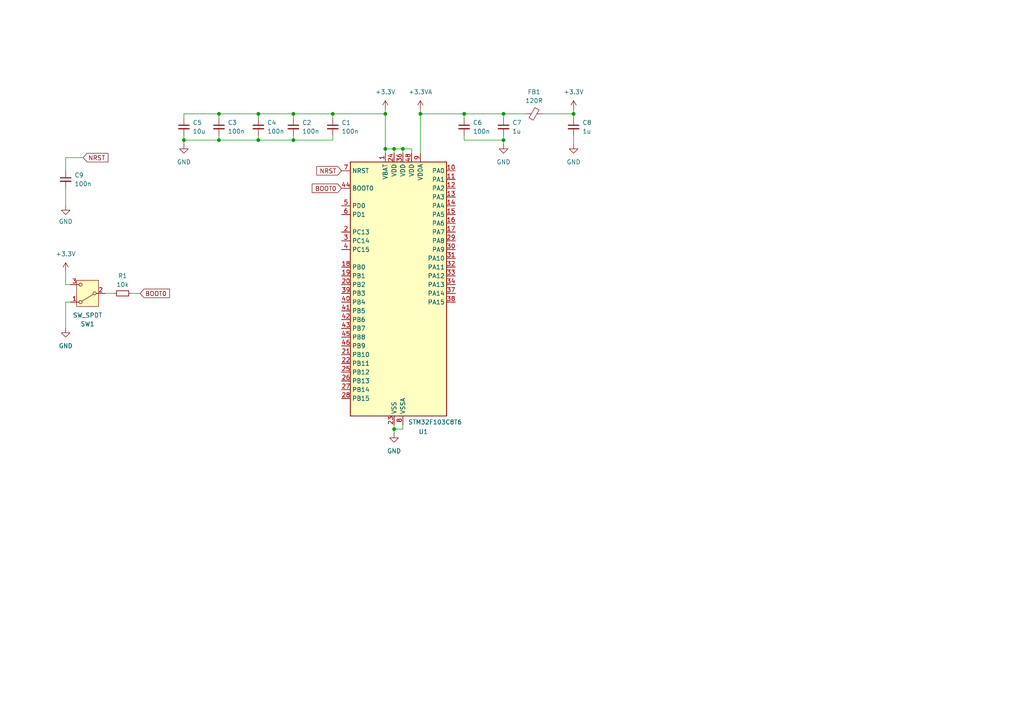
<source format=kicad_sch>
(kicad_sch (version 20231120) (generator "eeschema") (generator_version "8.0")
  (paper "A4")
  (lib_symbols
    (symbol "Device:C_Small" (pin_numbers hide) (pin_names (offset 0.254) hide)
      (property "Reference" "C" (at 0.254 1.778 0))
      (property "Value" "C_Small" (at 0.254 -2.032 0))
      (symbol "C_Small_0_1"
        (polyline (pts (xy -1.524 -0.508) (xy 1.524 -0.508)) (stroke (width 0.3302)))
        (polyline (pts (xy -1.524 0.508) (xy 1.524 0.508)) (stroke (width 0.3048)))
      )
      (symbol "C_Small_1_1"
        (pin passive line (at 0 2.54 270) (length 2.032) (name "~") (number "1"))
        (pin passive line (at 0 -2.54 90) (length 2.032) (name "~") (number "2"))
      )
    )
    (symbol "Device:FerriteBead_Small" (pin_numbers hide) (pin_names (offset 0))
      (property "Reference" "FB" (at 1.905 1.27 0))
      (property "Value" "FerriteBead_Small" (at 1.905 -1.27 0))
      (symbol "FerriteBead_Small_0_1"
        (polyline (pts (xy 0 -1.27) (xy 0 -0.7874)))
        (polyline (pts (xy 0 0.889) (xy 0 1.2954)))
        (polyline (pts (xy -1.8288 0.2794) (xy -1.1176 1.4986) (xy 1.8288 -0.2032) (xy 1.1176 -1.4224) (xy -1.8288 0.2794)))
      )
      (symbol "FerriteBead_Small_1_1"
        (pin passive line (at 0 2.54 270) (length 1.27) (name "~") (number "1"))
        (pin passive line (at 0 -2.54 90) (length 1.27) (name "~") (number "2"))
      )
    )
    (symbol "Device:R_Small" (pin_numbers hide) (pin_names (offset 0.254) hide)
      (property "Reference" "R" (at 0.762 0.508 0))
      (property "Value" "R_Small" (at 0.762 -1.016 0))
      (symbol "R_Small_0_1"
        (rectangle (start -0.762 1.778) (end 0.762 -1.778) (stroke (width 0.2032)))
      )
      (symbol "R_Small_1_1"
        (pin passive line (at 0 2.54 270) (length 0.762) (name "~") (number "1"))
        (pin passive line (at 0 -2.54 90) (length 0.762) (name "~") (number "2"))
      )
    )
    (symbol "MCU_ST_STM32F1:STM32F103C8Tx"
      (property "Reference" "U" (at -12.7 39.37 0))
      (property "Value" "STM32F103C8Tx" (at 10.16 39.37 0))
      (symbol "STM32F103C8Tx_0_1"
        (rectangle (start -12.7 -35.56) (end 15.24 38.1) (stroke (width 0.254)) (fill (type background)))
      )
      (symbol "STM32F103C8Tx_1_1"
        (pin power_in line (at -2.54 40.64 270) (length 2.54) (name "VBAT") (number "1"))
        (pin bidirectional line (at 17.78 35.56 180) (length 2.54) (name "PA0") (number "10"))
        (pin bidirectional line (at 17.78 33.02 180) (length 2.54) (name "PA1") (number "11"))
        (pin bidirectional line (at 17.78 30.48 180) (length 2.54) (name "PA2") (number "12"))
        (pin bidirectional line (at 17.78 27.94 180) (length 2.54) (name "PA3") (number "13"))
        (pin bidirectional line (at 17.78 25.4 180) (length 2.54) (name "PA4") (number "14"))
        (pin bidirectional line (at 17.78 22.86 180) (length 2.54) (name "PA5") (number "15"))
        (pin bidirectional line (at 17.78 20.32 180) (length 2.54) (name "PA6") (number "16"))
        (pin bidirectional line (at 17.78 17.78 180) (length 2.54) (name "PA7") (number "17"))
        (pin bidirectional line (at -15.24 7.62 0) (length 2.54) (name "PB0") (number "18"))
        (pin bidirectional line (at -15.24 5.08 0) (length 2.54) (name "PB1") (number "19"))
        (pin bidirectional line (at -15.24 17.78 0) (length 2.54) (name "PC13") (number "2"))
        (pin bidirectional line (at -15.24 2.54 0) (length 2.54) (name "PB2") (number "20"))
        (pin bidirectional line (at -15.24 -17.78 0) (length 2.54) (name "PB10") (number "21"))
        (pin bidirectional line (at -15.24 -20.32 0) (length 2.54) (name "PB11") (number "22"))
        (pin power_in line (at 0 -38.1 90) (length 2.54) (name "VSS") (number "23"))
        (pin power_in line (at 0 40.64 270) (length 2.54) (name "VDD") (number "24"))
        (pin bidirectional line (at -15.24 -22.86 0) (length 2.54) (name "PB12") (number "25"))
        (pin bidirectional line (at -15.24 -25.4 0) (length 2.54) (name "PB13") (number "26"))
        (pin bidirectional line (at -15.24 -27.94 0) (length 2.54) (name "PB14") (number "27"))
        (pin bidirectional line (at -15.24 -30.48 0) (length 2.54) (name "PB15") (number "28"))
        (pin bidirectional line (at 17.78 15.24 180) (length 2.54) (name "PA8") (number "29"))
        (pin bidirectional line (at -15.24 15.24 0) (length 2.54) (name "PC14") (number "3"))
        (pin bidirectional line (at 17.78 12.7 180) (length 2.54) (name "PA9") (number "30"))
        (pin bidirectional line (at 17.78 10.16 180) (length 2.54) (name "PA10") (number "31"))
        (pin bidirectional line (at 17.78 7.62 180) (length 2.54) (name "PA11") (number "32"))
        (pin bidirectional line (at 17.78 5.08 180) (length 2.54) (name "PA12") (number "33"))
        (pin bidirectional line (at 17.78 2.54 180) (length 2.54) (name "PA13") (number "34"))
        (pin passive line (at 0 -38.1 90) (length 2.54) hide (name "VSS") (number "35"))
        (pin power_in line (at 2.54 40.64 270) (length 2.54) (name "VDD") (number "36"))
        (pin bidirectional line (at 17.78 0 180) (length 2.54) (name "PA14") (number "37"))
        (pin bidirectional line (at 17.78 -2.54 180) (length 2.54) (name "PA15") (number "38"))
        (pin bidirectional line (at -15.24 0 0) (length 2.54) (name "PB3") (number "39"))
        (pin bidirectional line (at -15.24 12.7 0) (length 2.54) (name "PC15") (number "4"))
        (pin bidirectional line (at -15.24 -2.54 0) (length 2.54) (name "PB4") (number "40"))
        (pin bidirectional line (at -15.24 -5.08 0) (length 2.54) (name "PB5") (number "41"))
        (pin bidirectional line (at -15.24 -7.62 0) (length 2.54) (name "PB6") (number "42"))
        (pin bidirectional line (at -15.24 -10.16 0) (length 2.54) (name "PB7") (number "43"))
        (pin input line (at -15.24 30.48 0) (length 2.54) (name "BOOT0") (number "44"))
        (pin bidirectional line (at -15.24 -12.7 0) (length 2.54) (name "PB8") (number "45"))
        (pin bidirectional line (at -15.24 -15.24 0) (length 2.54) (name "PB9") (number "46"))
        (pin passive line (at 0 -38.1 90) (length 2.54) hide (name "VSS") (number "47"))
        (pin power_in line (at 5.08 40.64 270) (length 2.54) (name "VDD") (number "48"))
        (pin bidirectional line (at -15.24 25.4 0) (length 2.54) (name "PD0") (number "5"))
        (pin bidirectional line (at -15.24 22.86 0) (length 2.54) (name "PD1") (number "6"))
        (pin input line (at -15.24 35.56 0) (length 2.54) (name "NRST") (number "7"))
        (pin power_in line (at 2.54 -38.1 90) (length 2.54) (name "VSSA") (number "8"))
        (pin power_in line (at 7.62 40.64 270) (length 2.54) (name "VDDA") (number "9"))
      )
    )
    (symbol "Switch:SW_SPDT" (pin_names (offset 0) hide)
      (property "Reference" "SW" (at 0 5.08 0))
      (property "Value" "SW_SPDT" (at 0 -5.08 0))
      (symbol "SW_SPDT_0_1"
        (circle (center -2.032 0) (radius 0.4572))
        (polyline (pts (xy -1.651 0.254) (xy 1.651 2.286)))
        (circle (center 2.032 -2.54) (radius 0.4572))
        (circle (center 2.032 2.54) (radius 0.4572))
      )
      (symbol "SW_SPDT_1_1"
        (rectangle (start -3.175 3.81) (end 3.175 -3.81) (fill (type background)))
        (pin passive line (at 5.08 2.54 180) (length 2.54) (name "A") (number "1"))
        (pin passive line (at -5.08 0 0) (length 2.54) (name "B") (number "2"))
        (pin passive line (at 5.08 -2.54 180) (length 2.54) (name "C") (number "3"))
      )
    )
    (symbol "power:+3.3V" (power) (pin_numbers hide) (pin_names (offset 0) hide)
      (property "Value" "+3.3V" (at 0 3.556 0))
      (symbol "+3.3V_0_1"
        (polyline (pts (xy -0.762 1.27) (xy 0 2.54)))
        (polyline (pts (xy 0 0) (xy 0 2.54)))
        (polyline (pts (xy 0 2.54) (xy 0.762 1.27)))
      )
      (symbol "+3.3V_1_1"
        (pin power_in line (at 0 0 90) (length 0) (name "~") (number "1"))
      )
    )
    (symbol "power:+3.3VA" (power) (pin_numbers hide) (pin_names (offset 0) hide)
      (property "Value" "+3.3VA" (at 0 3.556 0))
      (symbol "+3.3VA_0_1"
        (polyline (pts (xy -0.762 1.27) (xy 0 2.54)))
        (polyline (pts (xy 0 0) (xy 0 2.54)))
        (polyline (pts (xy 0 2.54) (xy 0.762 1.27)))
      )
      (symbol "+3.3VA_1_1"
        (pin power_in line (at 0 0 90) (length 0) (name "~") (number "1"))
      )
    )
    (symbol "power:GND" (power) (pin_numbers hide) (pin_names (offset 0) hide)
      (property "Value" "GND" (at 0 -3.81 0))
      (symbol "GND_0_1"
        (polyline (pts (xy 0 0) (xy 0 -1.27) (xy 1.27 -1.27) (xy 0 -2.54) (xy -1.27 -1.27) (xy 0 -1.27)))
      )
      (symbol "GND_1_1"
        (pin power_in line (at 0 0 270) (length 0) (name "~") (number "1"))
      )
    )
  )
  (junction (at 63.5 33.02))
  (junction (at 146.05 33.02))
  (junction (at 166.37 33.02))
  (junction (at 85.09 40.64))
  (junction (at 116.84 43.18))
  (junction (at 114.3 43.18))
  (junction (at 74.93 40.64))
  (junction (at 146.05 40.64))
  (junction (at 74.93 33.02))
  (junction (at 134.62 33.02))
  (junction (at 85.09 33.02))
  (junction (at 111.76 33.02))
  (junction (at 111.76 43.18))
  (junction (at 114.3 124.46))
  (junction (at 121.92 33.02))
  (junction (at 96.52 33.02))
  (junction (at 53.34 40.64))
  (junction (at 63.5 40.64))
  (wire (pts (xy 111.76 43.18) (xy 111.76 44.45)))
  (wire (pts (xy 19.05 87.63) (xy 19.05 95.25)))
  (wire (pts (xy 116.84 123.19) (xy 116.84 124.46)))
  (wire (pts (xy 63.5 39.37) (xy 63.5 40.64)))
  (wire (pts (xy 63.5 33.02) (xy 63.5 34.29)))
  (wire (pts (xy 116.84 43.18) (xy 116.84 44.45)))
  (wire (pts (xy 53.34 39.37) (xy 53.34 40.64)))
  (wire (pts (xy 53.34 33.02) (xy 63.5 33.02)))
  (wire (pts (xy 134.62 39.37) (xy 134.62 40.64)))
  (wire (pts (xy 134.62 40.64) (xy 146.05 40.64)))
  (wire (pts (xy 53.34 40.64) (xy 53.34 41.91)))
  (wire (pts (xy 114.3 124.46) (xy 114.3 125.73)))
  (wire (pts (xy 157.48 33.02) (xy 166.37 33.02)))
  (wire (pts (xy 166.37 31.75) (xy 166.37 33.02)))
  (wire (pts (xy 114.3 123.19) (xy 114.3 124.46)))
  (wire (pts (xy 85.09 33.02) (xy 85.09 34.29)))
  (wire (pts (xy 63.5 40.64) (xy 74.93 40.64)))
  (wire (pts (xy 96.52 33.02) (xy 111.76 33.02)))
  (wire (pts (xy 116.84 124.46) (xy 114.3 124.46)))
  (wire (pts (xy 19.05 59.69) (xy 19.05 54.61)))
  (wire (pts (xy 33.02 85.09) (xy 30.48 85.09)))
  (wire (pts (xy 96.52 40.64) (xy 96.52 39.37)))
  (wire (pts (xy 85.09 39.37) (xy 85.09 40.64)))
  (wire (pts (xy 146.05 39.37) (xy 146.05 40.64)))
  (wire (pts (xy 111.76 43.18) (xy 111.76 33.02)))
  (wire (pts (xy 116.84 43.18) (xy 114.3 43.18)))
  (wire (pts (xy 38.1 85.09) (xy 40.64 85.09)))
  (wire (pts (xy 85.09 33.02) (xy 96.52 33.02)))
  (wire (pts (xy 114.3 43.18) (xy 114.3 44.45)))
  (wire (pts (xy 119.38 43.18) (xy 116.84 43.18)))
  (wire (pts (xy 96.52 33.02) (xy 96.52 34.29)))
  (wire (pts (xy 74.93 33.02) (xy 85.09 33.02)))
  (wire (pts (xy 53.34 34.29) (xy 53.34 33.02)))
  (wire (pts (xy 146.05 33.02) (xy 152.4 33.02)))
  (wire (pts (xy 74.93 39.37) (xy 74.93 40.64)))
  (wire (pts (xy 166.37 39.37) (xy 166.37 41.91)))
  (wire (pts (xy 119.38 44.45) (xy 119.38 43.18)))
  (wire (pts (xy 74.93 40.64) (xy 85.09 40.64)))
  (wire (pts (xy 19.05 45.72) (xy 19.05 49.53)))
  (wire (pts (xy 166.37 33.02) (xy 166.37 34.29)))
  (wire (pts (xy 121.92 33.02) (xy 121.92 44.45)))
  (wire (pts (xy 63.5 33.02) (xy 74.93 33.02)))
  (wire (pts (xy 114.3 43.18) (xy 111.76 43.18)))
  (wire (pts (xy 121.92 33.02) (xy 134.62 33.02)))
  (wire (pts (xy 53.34 40.64) (xy 63.5 40.64)))
  (wire (pts (xy 19.05 78.74) (xy 19.05 82.55)))
  (wire (pts (xy 121.92 31.75) (xy 121.92 33.02)))
  (wire (pts (xy 111.76 31.75) (xy 111.76 33.02)))
  (wire (pts (xy 20.32 87.63) (xy 19.05 87.63)))
  (wire (pts (xy 146.05 33.02) (xy 146.05 34.29)))
  (wire (pts (xy 74.93 33.02) (xy 74.93 34.29)))
  (wire (pts (xy 146.05 40.64) (xy 146.05 41.91)))
  (wire (pts (xy 134.62 33.02) (xy 134.62 34.29)))
  (wire (pts (xy 19.05 82.55) (xy 20.32 82.55)))
  (wire (pts (xy 134.62 33.02) (xy 146.05 33.02)))
  (wire (pts (xy 85.09 40.64) (xy 96.52 40.64)))
  (wire (pts (xy 24.13 45.72) (xy 19.05 45.72)))
  (global_label "BOOT0" (shape input) (at 99.06 54.61 180) (property "Intersheetrefs" "${INTERSHEET_REFS}" (effects (hide yes))))
  (global_label "NRST" (shape input) (at 24.13 45.72 0) (property "Intersheetrefs" "${INTERSHEET_REFS}" (effects (hide yes))))
  (global_label "BOOT0" (shape input) (at 40.64 85.09 0) (property "Intersheetrefs" "${INTERSHEET_REFS}" (effects (hide yes))))
  (global_label "NRST" (shape input) (at 99.06 49.53 180) (property "Intersheetrefs" "${INTERSHEET_REFS}" (effects (hide yes))))
  (symbol (lib_id "Device:C_Small") (at 74.93 36.83 0) (unit 1)
    (property "Reference" "C4" (at 77.47 35.5662 0) (effects (justify left)))
    (property "Value" "100n" (at 77.47 38.1062 0) (effects (justify left)))
    (property "Description" "Unpolarized capacitor, small symbol" (effects (hide yes)))
  )
  (symbol (lib_id "Device:C_Small") (at 134.62 36.83 0) (unit 1)
    (property "Reference" "C6" (at 137.16 35.5662 0) (effects (justify left)))
    (property "Value" "100n" (at 137.16 38.1062 0) (effects (justify left)))
    (property "Description" "Unpolarized capacitor, small symbol" (effects (hide yes)))
  )
  (symbol (lib_id "power:GND") (at 19.05 59.69 0) (unit 1)
    (property "Reference" "#PWR08" (effects (hide yes)))
    (property "Value" "GND" (at 19.05 64.262 0))
    (property "Description" "Power symbol creates a global label with name \"GND\" , ground" (effects (hide yes)))
  )
  (symbol (lib_id "power:+3.3VA") (at 121.92 31.75 0) (unit 1)
    (property "Reference" "#PWR03" (effects (hide yes)))
    (property "Value" "+3.3VA" (at 121.92 26.67 0))
    (property "Description" "Power symbol creates a global label with name \"+3.3VA\"" (effects (hide yes)))
  )
  (symbol (lib_id "Device:C_Small") (at 85.09 36.83 0) (unit 1)
    (property "Reference" "C2" (at 87.63 35.5662 0) (effects (justify left)))
    (property "Value" "100n" (at 87.63 38.1062 0) (effects (justify left)))
    (property "Description" "Unpolarized capacitor, small symbol" (effects (hide yes)))
  )
  (symbol (lib_id "Switch:SW_SPDT") (at 25.4 85.09 180) (unit 1)
    (property "Reference" "SW1" (at 25.4 93.98 0))
    (property "Value" "SW_SPDT" (at 25.4 91.44 0))
    (property "Description" "Switch, single pole double throw" (effects (hide yes)))
  )
  (symbol (lib_id "Device:C_Small") (at 53.34 36.83 0) (unit 1)
    (property "Reference" "C5" (at 55.88 35.5662 0) (effects (justify left)))
    (property "Value" "10u" (at 55.88 38.1062 0) (effects (justify left)))
    (property "Description" "Unpolarized capacitor, small symbol" (effects (hide yes)))
  )
  (symbol (lib_id "Device:C_Small") (at 146.05 36.83 0) (unit 1)
    (property "Reference" "C7" (at 148.59 35.5662 0) (effects (justify left)))
    (property "Value" "1u" (at 148.59 38.1062 0) (effects (justify left)))
    (property "Description" "Unpolarized capacitor, small symbol" (effects (hide yes)))
  )
  (symbol (lib_id "Device:C_Small") (at 19.05 52.07 0) (unit 1)
    (property "Reference" "C9" (at 21.59 50.8062 0) (effects (justify left)))
    (property "Value" "100n" (at 21.59 53.3462 0) (effects (justify left)))
    (property "Description" "Unpolarized capacitor, small symbol" (effects (hide yes)))
  )
  (symbol (lib_id "power:GND") (at 166.37 41.91 0) (unit 1)
    (property "Reference" "#PWR05" (effects (hide yes)))
    (property "Value" "GND" (at 166.37 46.99 0))
    (property "Description" "Power symbol creates a global label with name \"GND\" , ground" (effects (hide yes)))
  )
  (symbol (lib_id "Device:R_Small") (at 35.56 85.09 90) (unit 1)
    (property "Reference" "R1" (at 35.56 80.01 90))
    (property "Value" "10k" (at 35.56 82.55 90))
    (property "Description" "Resistor, small symbol" (effects (hide yes)))
  )
  (symbol (lib_id "power:+3.3V") (at 166.37 31.75 0) (unit 1)
    (property "Reference" "#PWR06" (effects (hide yes)))
    (property "Value" "+3.3V" (at 166.37 26.67 0))
    (property "Description" "Power symbol creates a global label with name \"+3.3V\"" (effects (hide yes)))
  )
  (symbol (lib_id "power:+3.3V") (at 19.05 78.74 0) (unit 1)
    (property "Reference" "#PWR010" (effects (hide yes)))
    (property "Value" "+3.3V" (at 19.05 73.66 0))
    (property "Description" "Power symbol creates a global label with name \"+3.3V\"" (effects (hide yes)))
  )
  (symbol (lib_id "Device:FerriteBead_Small") (at 154.94 33.02 90) (unit 1)
    (property "Reference" "FB1" (at 154.9019 26.67 90))
    (property "Value" "120R" (at 154.9019 29.21 90))
    (property "Description" "Ferrite bead, small symbol" (effects (hide yes)))
  )
  (symbol (lib_id "power:+3.3V") (at 111.76 31.75 0) (unit 1)
    (property "Reference" "#PWR01" (effects (hide yes)))
    (property "Value" "+3.3V" (at 111.76 26.67 0))
    (property "Description" "Power symbol creates a global label with name \"+3.3V\"" (effects (hide yes)))
  )
  (symbol (lib_id "power:GND") (at 114.3 125.73 0) (unit 1)
    (property "Reference" "#PWR07" (effects (hide yes)))
    (property "Value" "GND" (at 114.3 130.81 0))
    (property "Description" "Power symbol creates a global label with name \"GND\" , ground" (effects (hide yes)))
  )
  (symbol (lib_id "power:GND") (at 146.05 41.91 0) (unit 1)
    (property "Reference" "#PWR04" (effects (hide yes)))
    (property "Value" "GND" (at 146.05 46.99 0))
    (property "Description" "Power symbol creates a global label with name \"GND\" , ground" (effects (hide yes)))
  )
  (symbol (lib_id "power:GND") (at 53.34 41.91 0) (unit 1)
    (property "Reference" "#PWR02" (effects (hide yes)))
    (property "Value" "GND" (at 53.34 46.99 0))
    (property "Description" "Power symbol creates a global label with name \"GND\" , ground" (effects (hide yes)))
  )
  (symbol (lib_id "Device:C_Small") (at 96.52 36.83 0) (unit 1)
    (property "Reference" "C1" (at 99.06 35.5662 0) (effects (justify left)))
    (property "Value" "100n" (at 99.06 38.1062 0) (effects (justify left)))
    (property "Description" "Unpolarized capacitor, small symbol" (effects (hide yes)))
  )
  (symbol (lib_id "Device:C_Small") (at 63.5 36.83 0) (unit 1)
    (property "Reference" "C3" (at 66.04 35.5662 0) (effects (justify left)))
    (property "Value" "100n" (at 66.04 38.1062 0) (effects (justify left)))
    (property "Description" "Unpolarized capacitor, small symbol" (effects (hide yes)))
  )
  (symbol (lib_id "power:GND") (at 19.05 95.25 0) (unit 1)
    (property "Reference" "#PWR09" (effects (hide yes)))
    (property "Value" "GND" (at 19.05 100.33 0))
    (property "Description" "Power symbol creates a global label with name \"GND\" , ground" (effects (hide yes)))
  )
  (symbol (lib_id "MCU_ST_STM32F1:STM32F103C8Tx") (at 114.3 85.09 0) (unit 1)
    (property "Reference" "U1" (at 121.412 125.222 0) (effects (justify left)))
    (property "Value" "STM32F103C8T6" (at 118.364 122.428 0) (effects (justify left)))
    (property "Footprint" "Package_QFP:LQFP-48_7x7mm_P0.5mm" (effects (hide yes)))
    (property "Datasheet" "https://www.st.com/resource/en/datasheet/stm32f103c8.pdf" (effects (hide yes)))
    (property "Description" "STMicroelectronics Arm Cortex-M3 MCU, 64KB flash, 20KB RAM, 72 MHz, 2.0-3.6V, 37 GPIO, LQFP48" (effects (hide yes)))
  )
  (symbol (lib_id "Device:C_Small") (at 166.37 36.83 0) (unit 1)
    (property "Reference" "C8" (at 168.91 35.5662 0) (effects (justify left)))
    (property "Value" "1u" (at 168.91 38.1062 0) (effects (justify left)))
    (property "Description" "Unpolarized capacitor, small symbol" (effects (hide yes)))
  )
)
</source>
